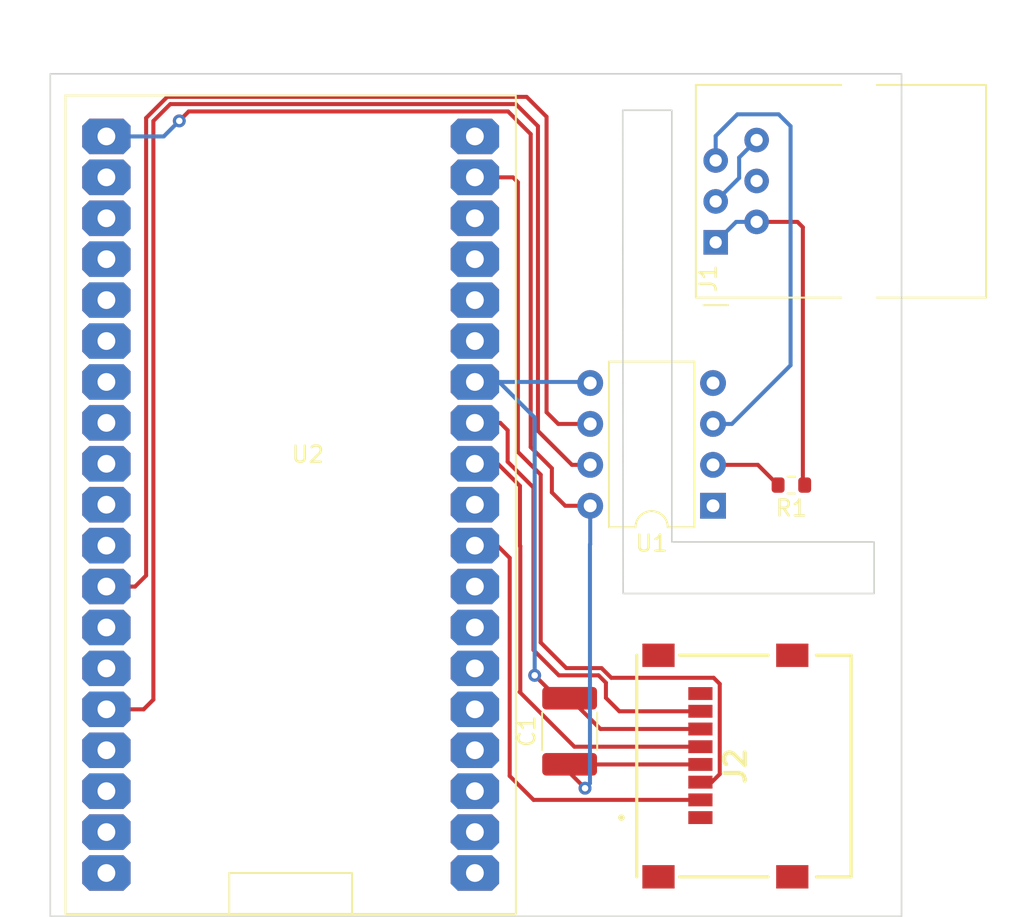
<source format=kicad_pcb>
(kicad_pcb (version 20211014) (generator pcbnew)
  (layers (0 "F.Cu" signal) (31 "B.Cu" signal) (34 "B.Paste" user) (35 "F.Paste" user) (36 "B.SilkS" user "B.Silkscreen") (37 "F.SilkS" user "F.Silkscreen") (38 "B.Mask" user) (39 "F.Mask" user) (44 "Edge.Cuts" user))
  (net 0 "")
  (net 1 "+3V3")
  (net 2 "GND")
  (net 3 "+5VA")
  (net 4 "GND1")
  (net 6 "Net-(U1-Pad3)")
  (net 8 "SD-CS")
  (net 9 "VSPI-MOSI")
  (net 10 "VSPI-SCLK")
  (net 11 "VSPI-MISO")
  (net 13 "Net-(R1-Pad2)")
  (net 15 "Data")
  (net 16 "Request")
  (footprint "Connector_RJ:RJ12_Amphenol_54601" (layer "F.Cu") (at 150.218 72.3088 90)
    (fp_text reference "J1" (at -2.2402 -0.4596 90) (layer "F.SilkS"))
    (fp_text value "RJ12")
    (fp_line (start 9.77 16.77) (end -3.43 16.77) (layer "F.SilkS") (width 0.12))
    (fp_line (start -3.43 -1.23) (end 9.77 -1.23) (layer "F.SilkS") (width 0.12))
    (fp_line (start -3.43 7.79) (end -3.43 -1.23) (layer "F.SilkS") (width 0.12))
    (fp_line (start 9.77 16.65) (end 9.77 16.77) (layer "F.SilkS") (width 0.1))
    (fp_line (start -3.9 0.77) (end -3.9 -0.76) (layer "F.SilkS") (width 0.12))
    (fp_line (start 9.77 16.77) (end 9.77 9.99) (layer "F.SilkS") (width 0.12))
    (fp_line (start 9.77 16.76) (end 9.77 16.77) (layer "F.SilkS") (width 0.1))
    (fp_line (start 9.77 -1.23) (end 9.77 7.79) (layer "F.SilkS") (width 0.12))
    (fp_line (start -3.43 16.77) (end -3.43 9.99) (layer "F.SilkS") (width 0.12))
    (fp_line (start -3.43 7.72) (end -3.43 7.79) (layer "F.SilkS") (width 0.1))
    (pad "" np_thru_hole circle (at -1.91 8.89 90) (size 3.25 3.25) (drill 3.25) (layers *.Cu *.Mask))
    (pad "" np_thru_hole circle (at 8.25 8.89 90) (size 3.25 3.25) (drill 3.25) (layers *.Cu *.Mask))
    (pad "1" thru_hole rect (at 0 0 90) (size 1.52 1.52) (drill 0.76) (layers *.Cu *.Mask) (net 3 "+5VA"))
    (pad "2" thru_hole circle (at 1.27 2.54 90) (size 1.52 1.52) (drill 0.76) (layers *.Cu *.Mask) (net 3 "+5VA"))
    (pad "3" thru_hole circle (at 2.54 0 90) (size 1.52 1.52) (drill 0.76) (layers *.Cu *.Mask) (net 4 "GND1"))
    (pad "4" thru_hole circle (at 3.81 2.54 90) (size 1.52 1.52) (drill 0.76) (layers *.Cu *.Mask))
    (pad "5" thru_hole circle (at 5.08 0 90) (size 1.52 1.52) (drill 0.76) (layers *.Cu *.Mask) (net 6 "Net-(U1-Pad3)"))
    (pad "6" thru_hole circle (at 6.35 2.54 90) (size 1.52 1.52) (drill 0.76) (layers *.Cu *.Mask) (net 4 "GND1"))
  )
  (footprint "Capacitor_SMD:C_1812_4532Metric" (layer "F.Cu") (at 141.1572 102.6574 90)
    (fp_text reference "C1" (at 0 -2.65 90) (layer "F.SilkS"))
    (fp_text value "0.1u")
    (fp_line (start -1.161252 1.71) (end 1.161252 1.71) (layer "F.SilkS") (width 0.12))
    (fp_line (start -1.161252 -1.71) (end 1.161252 -1.71) (layer "F.SilkS") (width 0.12))
    (pad "1" smd roundrect (at -2.05 0 90) (size 1.4 3.4) (layers "F.Cu" "F.Paste" "F.Mask") (roundrect_rratio 0.178571) (net 1 "+3V3"))
    (pad "2" smd roundrect (at 2.05 0 90) (size 1.4 3.4) (layers "F.Cu" "F.Paste" "F.Mask") (roundrect_rratio 0.178571) (net 2 "GND"))
  )
  (footprint "Resistor_SMD:R_0603_1608Metric" (layer "F.Cu") (at 154.9146 87.376 180)
    (fp_text reference "R1" (at 0 -1.43) (layer "F.SilkS"))
    (fp_text value "330R")
    (fp_line (start -0.237258 -0.5225) (end 0.237258 -0.5225) (layer "F.SilkS") (width 0.12))
    (fp_line (start -0.237258 0.5225) (end 0.237258 0.5225) (layer "F.SilkS") (width 0.12))
    (pad "1" smd roundrect (at -0.825 0 180) (size 0.8 0.95) (layers "F.Cu" "F.Paste" "F.Mask") (net 3 "+5VA"))
    (pad "2" smd roundrect (at 0.825 0 180) (size 0.8 0.95) (layers "F.Cu" "F.Paste" "F.Mask") (net 13 "Net-(R1-Pad2)"))
  )
  (footprint "NodeMCU:ESP32-DevBoard" (layer "F.Cu") (at 112.4204 80.9752)
    (fp_text reference "U2" (at 12.4968 4.4958 unlocked) (layer "F.SilkS"))
    (fp_text value "ESP32-DevBoard")
    (fp_rect (start 7.62 30.48) (end 15.24 33.02) (layer "F.SilkS") (width 0.12) (fill none))
    (fp_rect (start -2.54 -17.78) (end 25.4 33.02) (layer "F.SilkS") (width 0.12) (fill none))
    (pad "1" thru_hole roundrect (at 0 -15.24) (size 3 2.2) (drill 1.1) (layers *.Cu *.Mask) (roundrect_rratio 0) (chamfer_ratio 0.2) (chamfer top_left top_right bottom_left bottom_right) (net 1 "+3V3"))
    (pad "2" thru_hole roundrect (at 0 -12.7) (size 3 2.2) (drill 1.1) (layers *.Cu *.Mask) (roundrect_rratio 0) (chamfer_ratio 0.2) (chamfer top_left top_right bottom_left bottom_right))
    (pad "3" thru_hole roundrect (at 0 -10.16) (size 3 2.2) (drill 1.1) (layers *.Cu *.Mask) (roundrect_rratio 0) (chamfer_ratio 0.2) (chamfer top_left top_right bottom_left bottom_right))
    (pad "4" thru_hole roundrect (at 0 -7.62) (size 3 2.2) (drill 1.1) (layers *.Cu *.Mask) (roundrect_rratio 0) (chamfer_ratio 0.2) (chamfer top_left top_right bottom_left bottom_right))
    (pad "5" thru_hole roundrect (at 0 -5.08) (size 3 2.2) (drill 1.1) (layers *.Cu *.Mask) (roundrect_rratio 0) (chamfer_ratio 0.2) (chamfer top_left top_right bottom_left bottom_right))
    (pad "6" thru_hole roundrect (at 0 -2.54) (size 3 2.2) (drill 1.1) (layers *.Cu *.Mask) (roundrect_rratio 0) (chamfer_ratio 0.2) (chamfer top_left top_right bottom_left bottom_right))
    (pad "7" thru_hole roundrect (at 0 0) (size 3 2.2) (drill 1.1) (layers *.Cu *.Mask) (roundrect_rratio 0) (chamfer_ratio 0.2) (chamfer top_left top_right bottom_left bottom_right))
    (pad "8" thru_hole roundrect (at 0 2.54) (size 3 2.2) (drill 1.1) (layers *.Cu *.Mask) (roundrect_rratio 0) (chamfer_ratio 0.2) (chamfer top_left top_right bottom_left bottom_right))
    (pad "9" thru_hole roundrect (at 0 5.08) (size 3 2.2) (drill 1.1) (layers *.Cu *.Mask) (roundrect_rratio 0) (chamfer_ratio 0.2) (chamfer top_left top_right bottom_left bottom_right))
    (pad "10" thru_hole roundrect (at 0 7.62) (size 3 2.2) (drill 1.1) (layers *.Cu *.Mask) (roundrect_rratio 0) (chamfer_ratio 0.2) (chamfer top_left top_right bottom_left bottom_right))
    (pad "11" thru_hole roundrect (at 0 10.16) (size 3 2.2) (drill 1.1) (layers *.Cu *.Mask) (roundrect_rratio 0) (chamfer_ratio 0.2) (chamfer top_left top_right bottom_left bottom_right))
    (pad "12" thru_hole roundrect (at 0 12.7) (size 3 2.2) (drill 1.1) (layers *.Cu *.Mask) (roundrect_rratio 0) (chamfer_ratio 0.2) (chamfer top_left top_right bottom_left bottom_right) (net 15 "Data"))
    (pad "13" thru_hole roundrect (at 0 15.24) (size 3 2.2) (drill 1.1) (layers *.Cu *.Mask) (roundrect_rratio 0) (chamfer_ratio 0.2) (chamfer top_left top_right bottom_left bottom_right))
    (pad "14" thru_hole roundrect (at 0 17.78) (size 3 2.2) (drill 1.1) (layers *.Cu *.Mask) (roundrect_rratio 0) (chamfer_ratio 0.2) (chamfer top_left top_right bottom_left bottom_right) (net 2 "GND"))
    (pad "15" thru_hole roundrect (at 0 20.32) (size 3 2.2) (drill 1.1) (layers *.Cu *.Mask) (roundrect_rratio 0) (chamfer_ratio 0.2) (chamfer top_left top_right bottom_left bottom_right) (net 16 "Request"))
    (pad "16" thru_hole roundrect (at 0 22.86) (size 3 2.2) (drill 1.1) (layers *.Cu *.Mask) (roundrect_rratio 0) (chamfer_ratio 0.2) (chamfer top_left top_right bottom_left bottom_right))
    (pad "17" thru_hole roundrect (at 0 25.4) (size 3 2.2) (drill 1.1) (layers *.Cu *.Mask) (roundrect_rratio 0) (chamfer_ratio 0.2) (chamfer top_left top_right bottom_left bottom_right))
    (pad "18" thru_hole roundrect (at 0 27.94) (size 3 2.2) (drill 1.1) (layers *.Cu *.Mask) (roundrect_rratio 0) (chamfer_ratio 0.2) (chamfer top_left top_right bottom_left bottom_right))
    (pad "19" thru_hole roundrect (at 0 30.48) (size 3 2.2) (drill 1.1) (layers *.Cu *.Mask) (roundrect_rratio 0) (chamfer_ratio 0.2) (chamfer top_left top_right bottom_left bottom_right))
    (pad "20" thru_hole roundrect (at 22.86 30.48) (size 3 2.2) (drill 1.1) (layers *.Cu *.Mask) (roundrect_rratio 0) (chamfer_ratio 0.2) (chamfer top_left top_right bottom_left bottom_right))
    (pad "21" thru_hole roundrect (at 22.86 27.94) (size 3 2.2) (drill 1.1) (layers *.Cu *.Mask) (roundrect_rratio 0) (chamfer_ratio 0.2) (chamfer top_left top_right bottom_left bottom_right))
    (pad "22" thru_hole roundrect (at 22.86 25.4) (size 3 2.2) (drill 1.1) (layers *.Cu *.Mask) (roundrect_rratio 0) (chamfer_ratio 0.2) (chamfer top_left top_right bottom_left bottom_right))
    (pad "23" thru_hole roundrect (at 22.86 22.86) (size 3 2.2) (drill 1.1) (layers *.Cu *.Mask) (roundrect_rratio 0) (chamfer_ratio 0.2) (chamfer top_left top_right bottom_left bottom_right))
    (pad "24" thru_hole roundrect (at 22.86 20.32) (size 3 2.2) (drill 1.1) (layers *.Cu *.Mask) (roundrect_rratio 0) (chamfer_ratio 0.2) (chamfer top_left top_right bottom_left bottom_right))
    (pad "25" thru_hole roundrect (at 22.86 17.78) (size 3 2.2) (drill 1.1) (layers *.Cu *.Mask) (roundrect_rratio 0) (chamfer_ratio 0.2) (chamfer top_left top_right bottom_left bottom_right))
    (pad "26" thru_hole roundrect (at 22.86 15.24) (size 3 2.2) (drill 1.1) (layers *.Cu *.Mask) (roundrect_rratio 0) (chamfer_ratio 0.2) (chamfer top_left top_right bottom_left bottom_right))
    (pad "27" thru_hole roundrect (at 22.86 12.7) (size 3 2.2) (drill 1.1) (layers *.Cu *.Mask) (roundrect_rratio 0) (chamfer_ratio 0.2) (chamfer top_left top_right bottom_left bottom_right))
    (pad "28" thru_hole roundrect (at 22.86 10.16) (size 3 2.2) (drill 1.1) (layers *.Cu *.Mask) (roundrect_rratio 0) (chamfer_ratio 0.2) (chamfer top_left top_right bottom_left bottom_right) (net 8 "SD-CS"))
    (pad "29" thru_hole roundrect (at 22.86 7.62) (size 3 2.2) (drill 1.1) (layers *.Cu *.Mask) (roundrect_rratio 0) (chamfer_ratio 0.2) (chamfer top_left top_right bottom_left bottom_right))
    (pad "30" thru_hole roundrect (at 22.86 5.08) (size 3 2.2) (drill 1.1) (layers *.Cu *.Mask) (roundrect_rratio 0) (chamfer_ratio 0.2) (chamfer top_left top_right bottom_left bottom_right) (net 10 "VSPI-SCLK"))
    (pad "31" thru_hole roundrect (at 22.86 2.54) (size 3 2.2) (drill 1.1) (layers *.Cu *.Mask) (roundrect_rratio 0) (chamfer_ratio 0.2) (chamfer top_left top_right bottom_left bottom_right) (net 11 "VSPI-MISO"))
    (pad "32" thru_hole roundrect (at 22.86 0) (size 3 2.2) (drill 1.1) (layers *.Cu *.Mask) (roundrect_rratio 0) (chamfer_ratio 0.2) (chamfer top_left top_right bottom_left bottom_right) (net 2 "GND"))
    (pad "33" thru_hole roundrect (at 22.86 -2.54) (size 3 2.2) (drill 1.1) (layers *.Cu *.Mask) (roundrect_rratio 0) (chamfer_ratio 0.2) (chamfer top_left top_right bottom_left bottom_right))
    (pad "34" thru_hole roundrect (at 22.86 -5.08) (size 3 2.2) (drill 1.1) (layers *.Cu *.Mask) (roundrect_rratio 0) (chamfer_ratio 0.2) (chamfer top_left top_right bottom_left bottom_right))
    (pad "35" thru_hole roundrect (at 22.86 -7.62) (size 3 2.2) (drill 1.1) (layers *.Cu *.Mask) (roundrect_rratio 0) (chamfer_ratio 0.2) (chamfer top_left top_right bottom_left bottom_right))
    (pad "36" thru_hole roundrect (at 22.86 -10.16) (size 3 2.2) (drill 1.1) (layers *.Cu *.Mask) (roundrect_rratio 0) (chamfer_ratio 0.2) (chamfer top_left top_right bottom_left bottom_right))
    (pad "37" thru_hole roundrect (at 22.86 -12.7) (size 3 2.2) (drill 1.1) (layers *.Cu *.Mask) (roundrect_rratio 0) (chamfer_ratio 0.2) (chamfer top_left top_right bottom_left bottom_right) (net 9 "VSPI-MOSI"))
    (pad "38" thru_hole roundrect (at 22.86 -15.24) (size 3 2.2) (drill 1.1) (layers *.Cu *.Mask) (roundrect_rratio 0) (chamfer_ratio 0.2) (chamfer top_left top_right bottom_left bottom_right) (net 2 "GND"))
  )
  (footprint "SD:5009010801" (layer "F.Cu") (at 151.9696 104.8164 90)
    (fp_text reference "J2" (at 0 -0.525 90) (layer "F.SilkS") (effects (font (size 1.27 1.27) (thickness 0.254))))
    (fp_text value "Micro_SD_Card" hide)
    (fp_line (start -6.875 6.65) (end 6.875 6.65) (layer "F.SilkS") (width 0.2))
    (fp_line (start -3.2 -7.5) (end -3.2 -7.5) (layer "F.SilkS") (width 0.2))
    (fp_line (start 6.875 6.65) (end 6.875 4.5) (layer "F.SilkS") (width 0.2))
    (fp_line (start -6.875 4.5) (end -6.875 6.65) (layer "F.SilkS") (width 0.2))
    (fp_line (start 6.88 -4) (end 6.88 1.5) (layer "F.SilkS") (width 0.2))
    (fp_line (start -3.2 -7.7) (end -3.2 -7.7) (layer "F.SilkS") (width 0.2))
    (fp_line (start -6.875 -4) (end -6.875 1.5) (layer "F.SilkS") (width 0.2))
    (fp_line (start -6.875 -6.65) (end 6.88 -6.65) (layer "F.SilkS") (width 0.2))
    (fp_arc (start -3.2 -7.7) (mid -3.1 -7.6) (end -3.2 -7.5) (layer "F.SilkS") (width 0.2))
    (fp_arc (start -3.2 -7.5) (mid -3.3 -7.6) (end -3.2 -7.7) (layer "F.SilkS") (width 0.2))
    (pad "1" smd rect locked (at -3.2 -2.7 90) (size 0.8 1.5) (layers "F.Cu" "F.Paste" "F.Mask"))
    (pad "2" smd rect locked (at -2.1 -2.7 90) (size 0.8 1.5) (layers "F.Cu" "F.Paste" "F.Mask") (net 8 "SD-CS"))
    (pad "3" smd rect locked (at -1 -2.7 90) (size 0.8 1.5) (layers "F.Cu" "F.Paste" "F.Mask") (net 9 "VSPI-MOSI"))
    (pad "4" smd rect locked (at 0.1 -2.7 90) (size 0.8 1.5) (layers "F.Cu" "F.Paste" "F.Mask") (net 1 "+3V3"))
    (pad "5" smd rect locked (at 1.2 -2.7 90) (size 0.8 1.5) (layers "F.Cu" "F.Paste" "F.Mask") (net 10 "VSPI-SCLK"))
    (pad "6" smd rect locked (at 2.3 -2.7 90) (size 0.8 1.5) (layers "F.Cu" "F.Paste" "F.Mask") (net 2 "GND"))
    (pad "7" smd rect locked (at 3.4 -2.7 90) (size 0.8 1.5) (layers "F.Cu" "F.Paste" "F.Mask") (net 11 "VSPI-MISO"))
    (pad "8" smd rect locked (at 4.5 -2.7 90) (size 0.8 1.5) (layers "F.Cu" "F.Paste" "F.Mask"))
    (pad "MP1" smd rect locked (at -6.875 3 90) (size 1.45 2) (layers "F.Cu" "F.Paste" "F.Mask"))
    (pad "MP2" smd rect locked (at 6.875 3 90) (size 1.45 2) (layers "F.Cu" "F.Paste" "F.Mask"))
    (pad "MP3" smd rect locked (at -6.875 -5.3 90) (size 1.45 2) (layers "F.Cu" "F.Paste" "F.Mask"))
    (pad "MP4" smd rect locked (at 6.875 -5.3 90) (size 1.45 2) (layers "F.Cu" "F.Paste" "F.Mask"))
  )
  (footprint "Package_DIP:DIP-8_W7.62mm" (layer "F.Cu") (at 150.0532 88.6614 180)
    (fp_text reference "U1" (at 3.81 -2.33) (layer "F.SilkS"))
    (fp_text value "6N137")
    (fp_line (start 2.81 -1.33) (end 1.16 -1.33) (layer "F.SilkS") (width 0.12))
    (fp_line (start 1.16 8.95) (end 6.46 8.95) (layer "F.SilkS") (width 0.12))
    (fp_line (start 6.46 -1.33) (end 4.81 -1.33) (layer "F.SilkS") (width 0.12))
    (fp_line (start 1.16 -1.33) (end 1.16 8.95) (layer "F.SilkS") (width 0.12))
    (fp_line (start 6.46 8.95) (end 6.46 -1.33) (layer "F.SilkS") (width 0.12))
    (fp_arc (start 4.81 -1.33) (mid 3.81 -0.33) (end 2.81 -1.33) (layer "F.SilkS") (width 0.12))
    (pad "1" thru_hole rect (at 0 0 180) (size 1.6 1.6) (drill 0.8) (layers *.Cu *.Mask))
    (pad "2" thru_hole oval (at 0 2.54 180) (size 1.6 1.6) (drill 0.8) (layers *.Cu *.Mask) (net 13 "Net-(R1-Pad2)"))
    (pad "3" thru_hole oval (at 0 5.08 180) (size 1.6 1.6) (drill 0.8) (layers *.Cu *.Mask) (net 6 "Net-(U1-Pad3)"))
    (pad "4" thru_hole oval (at 0 7.62 180) (size 1.6 1.6) (drill 0.8) (layers *.Cu *.Mask))
    (pad "5" thru_hole oval (at 7.62 7.62 180) (size 1.6 1.6) (drill 0.8) (layers *.Cu *.Mask) (net 2 "GND"))
    (pad "6" thru_hole oval (at 7.62 5.08 180) (size 1.6 1.6) (drill 0.8) (layers *.Cu *.Mask) (net 15 "Data"))
    (pad "7" thru_hole oval (at 7.62 2.54 180) (size 1.6 1.6) (drill 0.8) (layers *.Cu *.Mask) (net 16 "Request"))
    (pad "8" thru_hole oval (at 7.62 0 180) (size 1.6 1.6) (drill 0.8) (layers *.Cu *.Mask) (net 1 "+3V3"))
  )
  (gr_rect (start 108.9406 61.849) (end 161.7472 114.1476) (layer "Edge.Cuts") (width 0.1) (fill none))
  (gr_poly (pts (xy 147.4978 90.9066) (xy 160.0454 90.9066) (xy 160.0454 94.107) (xy 144.4752 94.107) (xy 144.4498 64.111) (xy 147.4978 64.111)) (layer "Edge.Cuts") (width 0.1) (fill none))
  (segment (start 138.742 65.59) (end 137.3378 64.1858) (width 0.25) (layer "F.Cu") (net 1))
  (segment (start 140.0556 86.3346) (end 138.742 85.021) (width 0.25) (layer "F.Cu") (net 1))
  (segment (start 141.1572 105.2361) (end 142.113 106.1919) (width 0.25) (layer "F.Cu") (net 1))
  (segment (start 141.1572 104.7074) (end 141.1572 105.2361) (width 0.25) (layer "F.Cu") (net 1))
  (segment (start 137.3378 64.1858) (end 117.5258 64.1858) (width 0.25) (layer "F.Cu") (net 1))
  (segment (start 140.8838 88.6614) (end 140.0556 87.8332) (width 0.25) (layer "F.Cu") (net 1))
  (segment (start 138.742 85.021) (end 138.742 65.59) (width 0.25) (layer "F.Cu") (net 1))
  (segment (start 141.1662 104.7164) (end 149.2696 104.7164) (width 0.25) (layer "F.Cu") (net 1))
  (segment (start 117.5258 64.1858) (end 116.9416 64.77) (width 0.25) (layer "F.Cu") (net 1))
  (segment (start 142.4332 88.6614) (end 140.8838 88.6614) (width 0.25) (layer "F.Cu") (net 1))
  (segment (start 140.0556 87.8332) (end 140.0556 86.3346) (width 0.25) (layer "F.Cu") (net 1))
  (via (at 142.113 106.1919) (size 0.8) (drill 0.4) (layers "F.Cu" "B.Cu") (net 1))
  (via (at 116.9416 64.77) (size 0.8) (drill 0.4) (layers "F.Cu" "B.Cu") (net 1))
  (segment (start 142.113 106.1919) (end 142.4178 105.8871) (width 0.25) (layer "B.Cu") (net 1))
  (segment (start 115.9764 65.7352) (end 116.9416 64.77) (width 0.25) (layer "B.Cu") (net 1))
  (segment (start 142.4178 91.0644) (end 142.4332 91.049) (width 0.25) (layer "B.Cu") (net 1))
  (segment (start 142.4332 91.049) (end 142.4332 88.6614) (width 0.25) (layer "B.Cu") (net 1))
  (segment (start 112.4204 65.7352) (end 115.9764 65.7352) (width 0.25) (layer "B.Cu") (net 1))
  (segment (start 142.4178 105.8871) (end 142.4178 91.0644) (width 0.25) (layer "B.Cu") (net 1))
  (segment (start 140.4092 100.6074) (end 138.9888 99.187) (width 0.25) (layer "F.Cu") (net 2))
  (segment (start 143.0662 102.5164) (end 149.2696 102.5164) (width 0.25) (layer "F.Cu") (net 2))
  (segment (start 141.1572 100.6074) (end 143.0662 102.5164) (width 0.25) (layer "F.Cu") (net 2))
  (segment (start 141.1572 100.6074) (end 140.4092 100.6074) (width 0.25) (layer "F.Cu") (net 2))
  (via (at 138.9888 99.187) (size 0.8) (drill 0.4) (layers "F.Cu" "B.Cu") (net 2))
  (segment (start 142.367 80.9752) (end 142.4332 81.0414) (width 0.25) (layer "B.Cu") (net 2))
  (segment (start 138.9888 99.187) (end 138.9888 83.1836) (width 0.25) (layer "B.Cu") (net 2))
  (segment (start 142.2908 80.9752) (end 142.4332 81.1176) (width 0.25) (layer "B.Cu") (net 2))
  (segment (start 136.7804 80.9752) (end 135.2804 80.9752) (width 0.25) (layer "B.Cu") (net 2))
  (segment (start 135.2804 80.9752) (end 142.367 80.9752) (width 0.25) (layer "B.Cu") (net 2))
  (segment (start 138.9888 83.1836) (end 136.7804 80.9752) (width 0.25) (layer "B.Cu") (net 2))
  (segment (start 155.6258 71.374) (end 155.2906 71.0388) (width 0.25) (layer "F.Cu") (net 3))
  (segment (start 155.2906 71.0388) (end 152.758 71.0388) (width 0.25) (layer "F.Cu") (net 3))
  (segment (start 155.7396 87.376) (end 155.6258 87.2622) (width 0.25) (layer "F.Cu") (net 3))
  (segment (start 155.6258 87.2622) (end 155.6258 71.374) (width 0.25) (layer "F.Cu") (net 3))
  (segment (start 151.488 71.0388) (end 150.218 72.3088) (width 0.25) (layer "B.Cu") (net 3))
  (segment (start 152.758 71.0388) (end 151.488 71.0388) (width 0.25) (layer "B.Cu") (net 3))
  (segment (start 151.673 68.3138) (end 150.218 69.7688) (width 0.25) (layer "B.Cu") (net 4))
  (segment (start 151.673 67.0438) (end 151.673 68.3138) (width 0.25) (layer "B.Cu") (net 4))
  (segment (start 152.758 65.9588) (end 151.673 67.0438) (width 0.25) (layer "B.Cu") (net 4))
  (segment (start 150.218 65.7074) (end 151.5618 64.3636) (width 0.25) (layer "B.Cu") (net 6))
  (segment (start 154.8638 65.1002) (end 154.8638 79.9386) (width 0.25) (layer "B.Cu") (net 6))
  (segment (start 150.218 67.2288) (end 150.218 65.7074) (width 0.25) (layer "B.Cu") (net 6))
  (segment (start 154.8638 79.9386) (end 151.221 83.5814) (width 0.25) (layer "B.Cu") (net 6))
  (segment (start 154.1272 64.3636) (end 154.8638 65.1002) (width 0.25) (layer "B.Cu") (net 6))
  (segment (start 151.221 83.5814) (end 150.0532 83.5814) (width 0.25) (layer "B.Cu") (net 6))
  (segment (start 151.5618 64.3636) (end 154.1272 64.3636) (width 0.25) (layer "B.Cu") (net 6))
  (segment (start 137.4394 105.4354) (end 138.9204 106.9164) (width 0.25) (layer "F.Cu") (net 8))
  (segment (start 137.4394 91.8972) (end 137.4394 105.4354) (width 0.25) (layer "F.Cu") (net 8))
  (segment (start 135.2804 91.1352) (end 136.6774 91.1352) (width 0.25) (layer "F.Cu") (net 8))
  (segment (start 136.6774 91.1352) (end 137.4394 91.8972) (width 0.25) (layer "F.Cu") (net 8))
  (segment (start 138.9204 106.9164) (end 148.7696 106.9164) (width 0.25) (layer "F.Cu") (net 8))
  (segment (start 139.3626 86.732404) (end 137.9474 85.317204) (width 0.25) (layer "F.Cu") (net 9))
  (segment (start 150.4696 105.3164) (end 150.4696 99.7164) (width 0.25) (layer "F.Cu") (net 9))
  (segment (start 140.9518 98.737) (end 139.3626 97.1478) (width 0.25) (layer "F.Cu") (net 9))
  (segment (start 148.7696 105.8164) (end 149.9696 105.8164) (width 0.25) (layer "F.Cu") (net 9))
  (segment (start 150.4696 99.7164) (end 150.0926 99.3394) (width 0.25) (layer "F.Cu") (net 9))
  (segment (start 143.137596 98.737) (end 140.9518 98.737) (width 0.25) (layer "F.Cu") (net 9))
  (segment (start 150.0926 99.3394) (end 143.739996 99.3394) (width 0.25) (layer "F.Cu") (net 9))
  (segment (start 143.739996 99.3394) (end 143.137596 98.737) (width 0.25) (layer "F.Cu") (net 9))
  (segment (start 137.9474 68.58) (end 137.6426 68.2752) (width 0.25) (layer "F.Cu") (net 9))
  (segment (start 137.6426 68.2752) (end 135.2804 68.2752) (width 0.25) (layer "F.Cu") (net 9))
  (segment (start 137.9474 85.317204) (end 137.9474 68.58) (width 0.25) (layer "F.Cu") (net 9))
  (segment (start 149.9696 105.8164) (end 150.4696 105.3164) (width 0.25) (layer "F.Cu") (net 9))
  (segment (start 139.3626 97.1478) (end 139.3626 86.732404) (width 0.25) (layer "F.Cu") (net 9))
  (segment (start 138.0744 87.4268) (end 136.7028 86.0552) (width 0.25) (layer "F.Cu") (net 10))
  (segment (start 149.2696 103.6164) (end 141.453027 103.6164) (width 0.25) (layer "F.Cu") (net 10))
  (segment (start 138.0744 91.1606) (end 138.0744 87.4268) (width 0.25) (layer "F.Cu") (net 10))
  (segment (start 138.097027 91.1606) (end 138.0744 91.1606) (width 0.25) (layer "F.Cu") (net 10))
  (segment (start 136.7028 86.0552) (end 135.2804 86.0552) (width 0.25) (layer "F.Cu") (net 10))
  (segment (start 138.097027 100.1776) (end 138.097027 91.1606) (width 0.25) (layer "F.Cu") (net 10))
  (segment (start 138.055627 100.219) (end 138.097027 100.1776) (width 0.25) (layer "F.Cu") (net 10))
  (segment (start 141.453027 103.6164) (end 138.055627 100.219) (width 0.25) (layer "F.Cu") (net 10))
  (segment (start 143.4084 100.584) (end 143.4084 99.6442) (width 0.25) (layer "F.Cu") (net 11))
  (segment (start 137.3124 83.9724) (end 136.8552 83.5152) (width 0.25) (layer "F.Cu") (net 11))
  (segment (start 138.9126 97.6122) (end 138.9126 87.5284) (width 0.25) (layer "F.Cu") (net 11))
  (segment (start 136.8552 83.5152) (end 135.2804 83.5152) (width 0.25) (layer "F.Cu") (net 11))
  (segment (start 144.2408 101.4164) (end 143.4084 100.584) (width 0.25) (layer "F.Cu") (net 11))
  (segment (start 137.3124 85.9282) (end 137.3124 83.9724) (width 0.25) (layer "F.Cu") (net 11))
  (segment (start 142.9512 99.187) (end 140.4874 99.187) (width 0.25) (layer "F.Cu") (net 11))
  (segment (start 140.4874 99.187) (end 138.9126 97.6122) (width 0.25) (layer "F.Cu") (net 11))
  (segment (start 149.2696 101.4164) (end 144.2408 101.4164) (width 0.25) (layer "F.Cu") (net 11))
  (segment (start 143.4084 99.6442) (end 142.9512 99.187) (width 0.25) (layer "F.Cu") (net 11))
  (segment (start 138.9126 87.5284) (end 137.3124 85.9282) (width 0.25) (layer "F.Cu") (net 11))
  (segment (start 154.0896 87.376) (end 152.835 86.1214) (width 0.25) (layer "F.Cu") (net 13))
  (segment (start 152.835 86.1214) (end 150.0532 86.1214) (width 0.25) (layer "F.Cu") (net 13))
  (segment (start 138.488 63.2786) (end 139.7254 64.516) (width 0.25) (layer "F.Cu") (net 15))
  (segment (start 112.4204 93.6752) (end 114.1984 93.6752) (width 0.25) (layer "F.Cu") (net 15))
  (segment (start 139.7254 82.8548) (end 140.452 83.5814) (width 0.25) (layer "F.Cu") (net 15))
  (segment (start 114.1984 93.6752) (end 114.8842 92.9894) (width 0.25) (layer "F.Cu") (net 15))
  (segment (start 114.8842 64.590804) (end 116.196404 63.2786) (width 0.25) (layer "F.Cu") (net 15))
  (segment (start 140.452 83.5814) (end 142.4332 83.5814) (width 0.25) (layer "F.Cu") (net 15))
  (segment (start 114.8842 92.9894) (end 114.8842 64.590804) (width 0.25) (layer "F.Cu") (net 15))
  (segment (start 139.7254 64.516) (end 139.7254 82.8548) (width 0.25) (layer "F.Cu") (net 15))
  (segment (start 116.196404 63.2786) (end 138.488 63.2786) (width 0.25) (layer "F.Cu") (net 15))
  (segment (start 139.192 84.01157) (end 139.192 65.1002) (width 0.25) (layer "F.Cu") (net 16))
  (segment (start 137.8204 63.7286) (end 116.3828 63.7286) (width 0.25) (layer "F.Cu") (net 16))
  (segment (start 142.4332 86.1214) (end 141.30183 86.1214) (width 0.25) (layer "F.Cu") (net 16))
  (segment (start 115.3342 100.6928) (end 114.7318 101.2952) (width 0.25) (layer "F.Cu") (net 16))
  (segment (start 139.192 65.1002) (end 137.8204 63.7286) (width 0.25) (layer "F.Cu") (net 16))
  (segment (start 116.3828 63.7286) (end 115.3342 64.7772) (width 0.25) (layer "F.Cu") (net 16))
  (segment (start 115.3342 64.7772) (end 115.3342 100.6928) (width 0.25) (layer "F.Cu") (net 16))
  (segment (start 114.7318 101.2952) (end 112.4204 101.2952) (width 0.25) (layer "F.Cu") (net 16))
  (segment (start 141.30183 86.1214) (end 139.192 84.01157) (width 0.25) (layer "F.Cu") (net 16))
)
</source>
